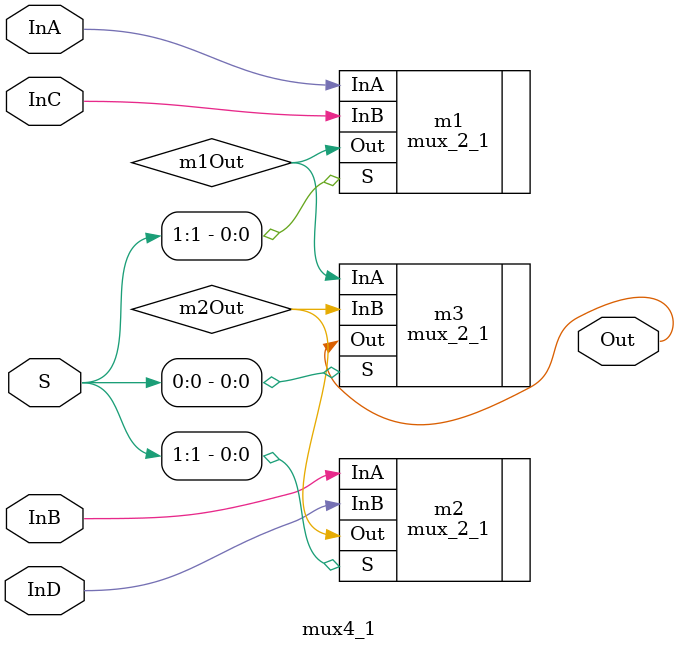
<source format=v>
module mux4_1 (InA, InB, InC, InD, S, Out);
input InA;
input InB;
input InC;
input InD;
input [1:0] S;
output Out;

wire m1Out;
wire m2Out;

mux_2_1 m1 (.InA(InA), .InB(InC), .S(S[1]), .Out(m1Out));
mux_2_1 m2 (.InA(InB), .InB(InD), .S(S[1]), .Out(m2Out));
mux_2_1 m3 (.InA(m1Out), .InB(m2Out), .S(S[0]), .Out(Out));

endmodule
</source>
